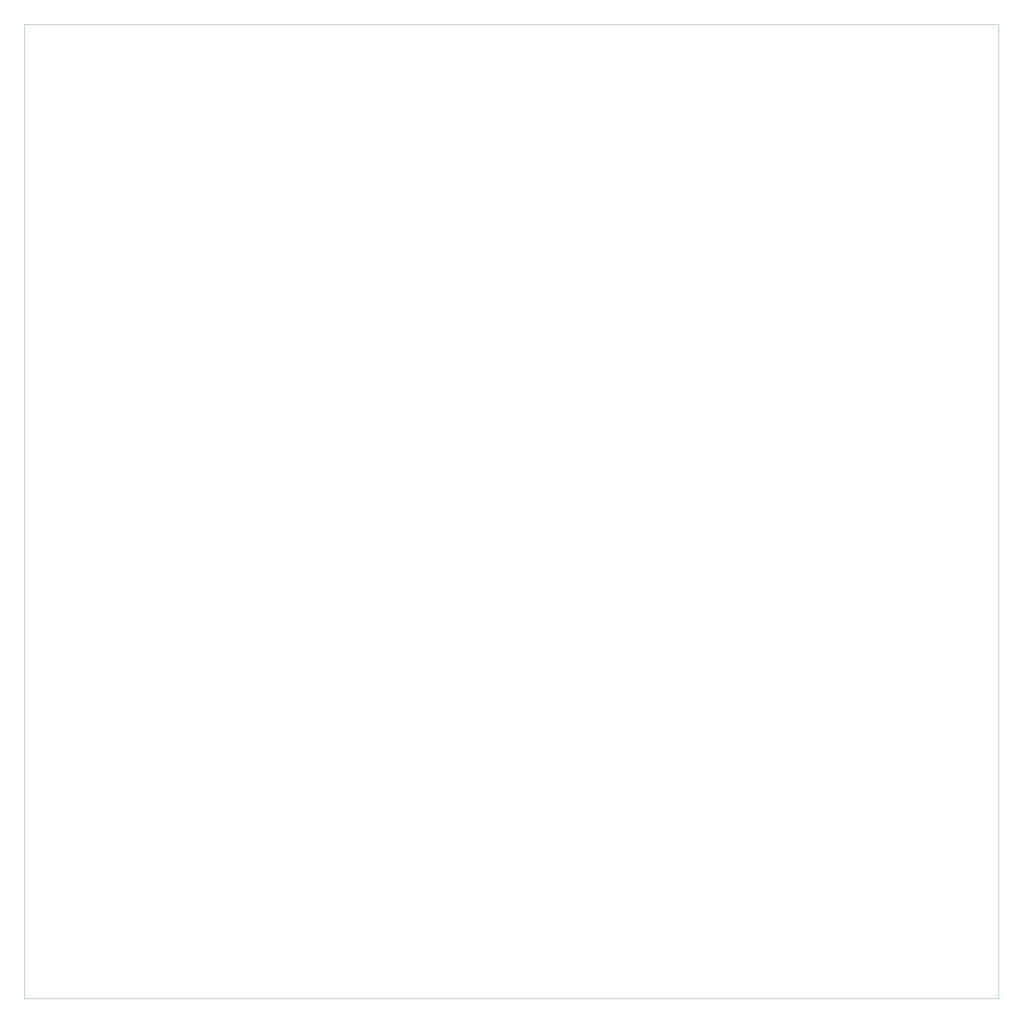
<source format=gbr>
%TF.GenerationSoftware,KiCad,Pcbnew,8.0.4*%
%TF.CreationDate,2024-08-19T15:11:55+02:00*%
%TF.ProjectId,RocSync_testing,526f6353-796e-4635-9f74-657374696e67,rev?*%
%TF.SameCoordinates,Original*%
%TF.FileFunction,Profile,NP*%
%FSLAX46Y46*%
G04 Gerber Fmt 4.6, Leading zero omitted, Abs format (unit mm)*
G04 Created by KiCad (PCBNEW 8.0.4) date 2024-08-19 15:11:55*
%MOMM*%
%LPD*%
G01*
G04 APERTURE LIST*
%TA.AperFunction,Profile*%
%ADD10C,0.050000*%
%TD*%
G04 APERTURE END LIST*
D10*
X0Y0D02*
X250000000Y0D01*
X250000000Y-250000000D01*
X0Y-250000000D01*
X0Y0D01*
M02*

</source>
